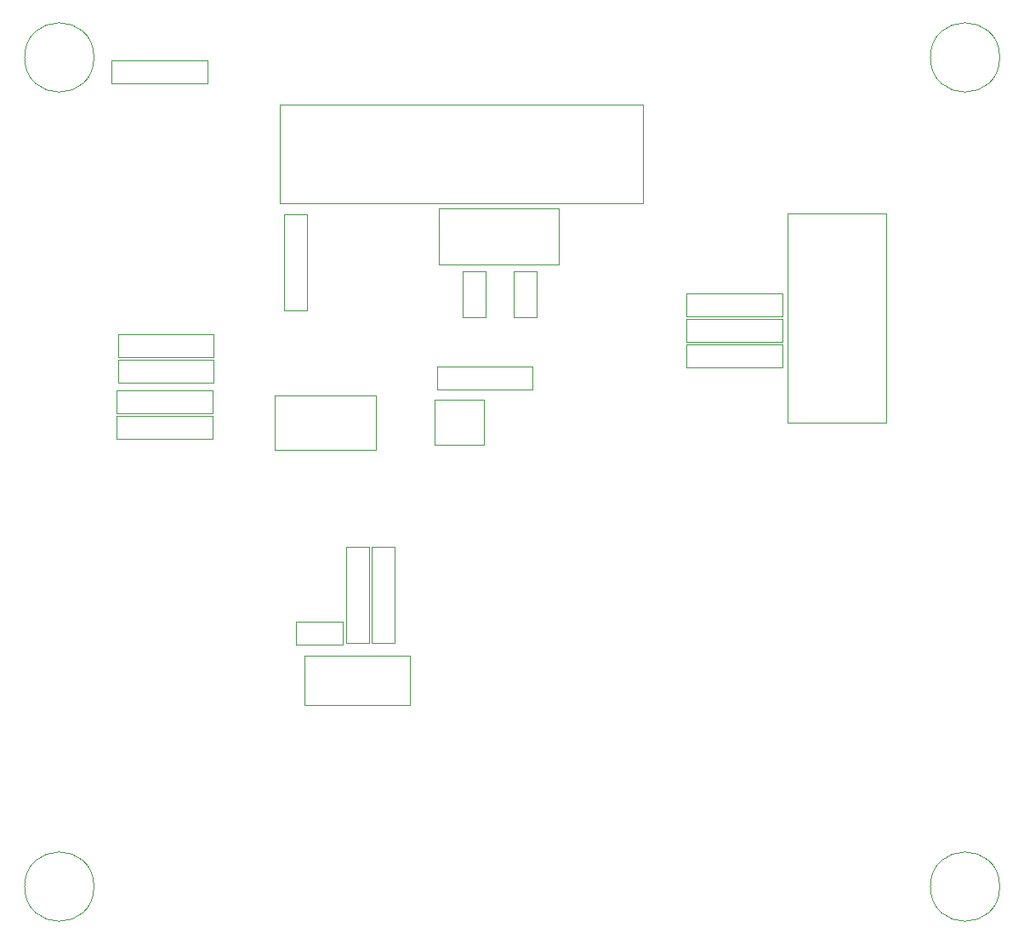
<source format=gbr>
G04 #@! TF.FileFunction,Other,User*
%FSLAX46Y46*%
G04 Gerber Fmt 4.6, Leading zero omitted, Abs format (unit mm)*
G04 Created by KiCad (PCBNEW 4.0.7-e2-6376~58~ubuntu16.04.1) date Mon Oct 15 06:01:05 2018*
%MOMM*%
%LPD*%
G01*
G04 APERTURE LIST*
%ADD10C,0.100000*%
%ADD11C,0.050000*%
G04 APERTURE END LIST*
D10*
D11*
X132595000Y-88610000D02*
X132595000Y-84110000D01*
X132595000Y-84110000D02*
X127745000Y-84110000D01*
X127745000Y-84110000D02*
X127745000Y-88610000D01*
X127745000Y-88610000D02*
X132595000Y-88610000D01*
X172625040Y-86353046D02*
X172625040Y-65503046D01*
X172625040Y-65503046D02*
X162825040Y-65503046D01*
X162825040Y-65503046D02*
X162825040Y-86353046D01*
X162825040Y-86353046D02*
X172625040Y-86353046D01*
X112316920Y-64510278D02*
X148416920Y-64510278D01*
X148416920Y-64510278D02*
X148416920Y-54710278D01*
X148416920Y-54710278D02*
X112316920Y-54710278D01*
X112316920Y-54710278D02*
X112316920Y-64510278D01*
X128146920Y-65055278D02*
X128146920Y-70655278D01*
X128146920Y-70655278D02*
X140046920Y-70655278D01*
X140046920Y-70655278D02*
X140046920Y-65055278D01*
X140046920Y-65055278D02*
X128146920Y-65055278D01*
X125265000Y-114510000D02*
X125265000Y-109600000D01*
X125265000Y-109600000D02*
X114765000Y-109600000D01*
X114765000Y-109600000D02*
X114765000Y-114510000D01*
X114765000Y-114510000D02*
X125265000Y-114510000D01*
X183966920Y-132560278D02*
G75*
G03X183966920Y-132560278I-3450000J0D01*
G01*
X93796920Y-132560278D02*
G75*
G03X93796920Y-132560278I-3450000J0D01*
G01*
X183966920Y-50010278D02*
G75*
G03X183966920Y-50010278I-3450000J0D01*
G01*
X93796920Y-50010278D02*
G75*
G03X93796920Y-50010278I-3450000J0D01*
G01*
X118525000Y-108465000D02*
X118525000Y-106165000D01*
X118525000Y-106165000D02*
X113925000Y-106165000D01*
X113925000Y-106165000D02*
X113925000Y-108465000D01*
X113925000Y-108465000D02*
X118525000Y-108465000D01*
X130496920Y-75890278D02*
X132796920Y-75890278D01*
X132796920Y-75890278D02*
X132796920Y-71290278D01*
X132796920Y-71290278D02*
X130496920Y-71290278D01*
X130496920Y-71290278D02*
X130496920Y-75890278D01*
X135576920Y-75890278D02*
X137876920Y-75890278D01*
X137876920Y-75890278D02*
X137876920Y-71290278D01*
X137876920Y-71290278D02*
X135576920Y-71290278D01*
X135576920Y-71290278D02*
X135576920Y-75890278D01*
X152795040Y-73493046D02*
X152795040Y-75793046D01*
X152795040Y-75793046D02*
X162345040Y-75793046D01*
X162345040Y-75793046D02*
X162345040Y-73493046D01*
X162345040Y-73493046D02*
X152795040Y-73493046D01*
X152795040Y-78573046D02*
X152795040Y-80873046D01*
X152795040Y-80873046D02*
X162345040Y-80873046D01*
X162345040Y-80873046D02*
X162345040Y-78573046D01*
X162345040Y-78573046D02*
X152795040Y-78573046D01*
X162315040Y-78333046D02*
X162315040Y-76033046D01*
X162315040Y-76033046D02*
X152765040Y-76033046D01*
X152765040Y-76033046D02*
X152765040Y-78333046D01*
X152765040Y-78333046D02*
X162315040Y-78333046D01*
X121405000Y-108265000D02*
X123705000Y-108265000D01*
X123705000Y-108265000D02*
X123705000Y-98715000D01*
X123705000Y-98715000D02*
X121405000Y-98715000D01*
X121405000Y-98715000D02*
X121405000Y-108265000D01*
X118865000Y-108265000D02*
X121165000Y-108265000D01*
X121165000Y-108265000D02*
X121165000Y-98715000D01*
X121165000Y-98715000D02*
X118865000Y-98715000D01*
X118865000Y-98715000D02*
X118865000Y-108265000D01*
X112716920Y-75155278D02*
X115016920Y-75155278D01*
X115016920Y-75155278D02*
X115016920Y-65605278D01*
X115016920Y-65605278D02*
X112716920Y-65605278D01*
X112716920Y-65605278D02*
X112716920Y-75155278D01*
X105631920Y-87985278D02*
X105631920Y-85685278D01*
X105631920Y-85685278D02*
X96081920Y-85685278D01*
X96081920Y-85685278D02*
X96081920Y-87985278D01*
X96081920Y-87985278D02*
X105631920Y-87985278D01*
X105631920Y-85445278D02*
X105631920Y-83145278D01*
X105631920Y-83145278D02*
X96081920Y-83145278D01*
X96081920Y-83145278D02*
X96081920Y-85445278D01*
X96081920Y-85445278D02*
X105631920Y-85445278D01*
X95570000Y-50285000D02*
X95570000Y-52585000D01*
X95570000Y-52585000D02*
X105120000Y-52585000D01*
X105120000Y-52585000D02*
X105120000Y-50285000D01*
X105120000Y-50285000D02*
X95570000Y-50285000D01*
X105725000Y-79890000D02*
X105725000Y-77590000D01*
X105725000Y-77590000D02*
X96175000Y-77590000D01*
X96175000Y-77590000D02*
X96175000Y-79890000D01*
X96175000Y-79890000D02*
X105725000Y-79890000D01*
X105725000Y-82430000D02*
X105725000Y-80130000D01*
X105725000Y-80130000D02*
X96175000Y-80130000D01*
X96175000Y-80130000D02*
X96175000Y-82430000D01*
X96175000Y-82430000D02*
X105725000Y-82430000D01*
X137475000Y-83065000D02*
X137475000Y-80765000D01*
X137475000Y-80765000D02*
X127925000Y-80765000D01*
X127925000Y-80765000D02*
X127925000Y-83065000D01*
X127925000Y-83065000D02*
X137475000Y-83065000D01*
X111780000Y-83660000D02*
X111780000Y-89060000D01*
X111780000Y-89060000D02*
X121880000Y-89060000D01*
X121880000Y-89060000D02*
X121880000Y-83660000D01*
X121880000Y-83660000D02*
X111780000Y-83660000D01*
M02*

</source>
